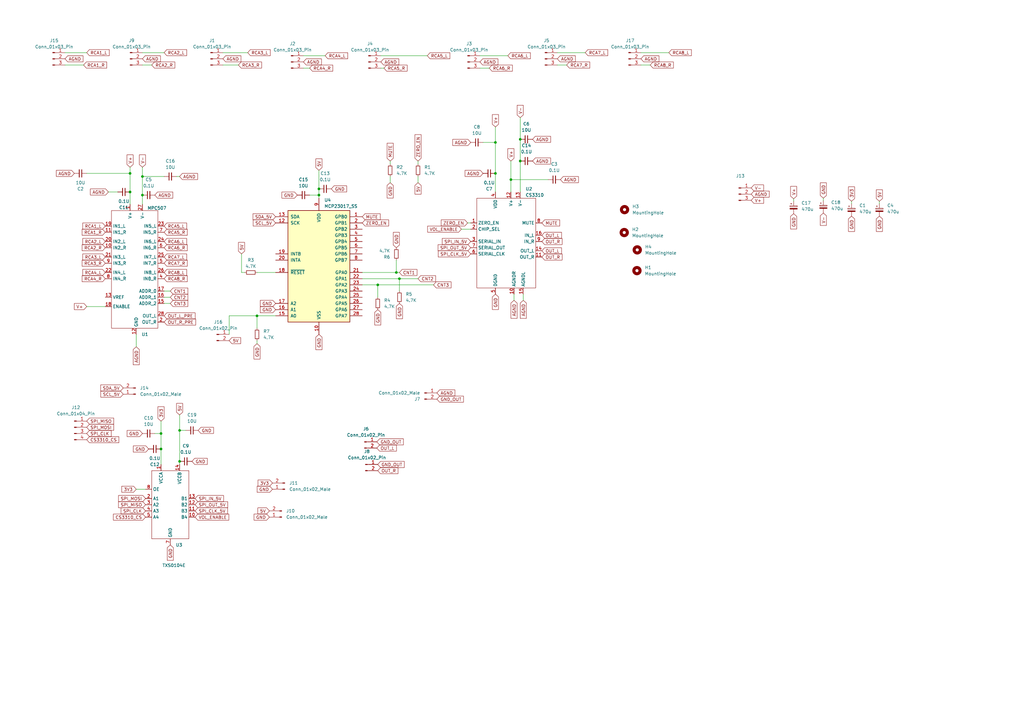
<source format=kicad_sch>
(kicad_sch (version 20231120) (generator "eeschema") (generator_version "8.0")
  (paper "A3")
  (lib_symbols
    (symbol "Connector:Conn_01x02_Male" (pin_names (offset 1.016) hide)
      (property "Reference" "J" (at 0 2.54 0))
      (property "Value" "Conn_01x02_Male" (at 0 -5.08 0))
      (symbol "Conn_01x02_Male_1_1"
        (polyline (pts (xy 1.27 -2.54) (xy 0.8636 -2.54)) (stroke (width 0.1524)))
        (polyline (pts (xy 1.27 0) (xy 0.8636 0)) (stroke (width 0.1524)))
        (rectangle (start 0.8636 -2.413) (end 0 -2.667) (stroke (width 0.1524)) (fill (type outline)))
        (rectangle (start 0.8636 0.127) (end 0 -0.127) (stroke (width 0.1524)) (fill (type outline)))
        (pin passive line (at 5.08 0 180) (length 3.81) (name "Pin_1") (number "1"))
        (pin passive line (at 5.08 -2.54 180) (length 3.81) (name "Pin_2") (number "2"))
      )
    )
    (symbol "Connector:Conn_01x02_Pin" (pin_names (offset 1.016) hide)
      (property "Reference" "J" (at 0 2.54 0))
      (property "Value" "Conn_01x02_Pin" (at 0 -5.08 0))
      (symbol "Conn_01x02_Pin_1_1"
        (polyline (pts (xy 1.27 -2.54) (xy 0.8636 -2.54)) (stroke (width 0.1524)))
        (polyline (pts (xy 1.27 0) (xy 0.8636 0)) (stroke (width 0.1524)))
        (rectangle (start 0.8636 -2.413) (end 0 -2.667) (stroke (width 0.1524)) (fill (type outline)))
        (rectangle (start 0.8636 0.127) (end 0 -0.127) (stroke (width 0.1524)) (fill (type outline)))
        (pin passive line (at 5.08 0 180) (length 3.81) (name "Pin_1") (number "1"))
        (pin passive line (at 5.08 -2.54 180) (length 3.81) (name "Pin_2") (number "2"))
      )
    )
    (symbol "Connector:Conn_01x03_Male" (pin_names (offset 1.016) hide)
      (property "Reference" "J" (at 0 5.08 0))
      (property "Value" "Conn_01x03_Male" (at 0 -5.08 0))
      (symbol "Conn_01x03_Male_1_1"
        (polyline (pts (xy 1.27 -2.54) (xy 0.8636 -2.54)) (stroke (width 0.1524)))
        (polyline (pts (xy 1.27 0) (xy 0.8636 0)) (stroke (width 0.1524)))
        (polyline (pts (xy 1.27 2.54) (xy 0.8636 2.54)) (stroke (width 0.1524)))
        (rectangle (start 0.8636 -2.413) (end 0 -2.667) (stroke (width 0.1524)) (fill (type outline)))
        (rectangle (start 0.8636 0.127) (end 0 -0.127) (stroke (width 0.1524)) (fill (type outline)))
        (rectangle (start 0.8636 2.667) (end 0 2.413) (stroke (width 0.1524)) (fill (type outline)))
        (pin passive line (at 5.08 2.54 180) (length 3.81) (name "Pin_1") (number "1"))
        (pin passive line (at 5.08 0 180) (length 3.81) (name "Pin_2") (number "2"))
        (pin passive line (at 5.08 -2.54 180) (length 3.81) (name "Pin_3") (number "3"))
      )
    )
    (symbol "Connector:Conn_01x03_Pin" (pin_names (offset 1.016) hide)
      (property "Reference" "J" (at 0 5.08 0))
      (property "Value" "Conn_01x03_Pin" (at 0 -5.08 0))
      (symbol "Conn_01x03_Pin_1_1"
        (polyline (pts (xy 1.27 -2.54) (xy 0.8636 -2.54)) (stroke (width 0.1524)))
        (polyline (pts (xy 1.27 0) (xy 0.8636 0)) (stroke (width 0.1524)))
        (polyline (pts (xy 1.27 2.54) (xy 0.8636 2.54)) (stroke (width 0.1524)))
        (rectangle (start 0.8636 -2.413) (end 0 -2.667) (stroke (width 0.1524)) (fill (type outline)))
        (rectangle (start 0.8636 0.127) (end 0 -0.127) (stroke (width 0.1524)) (fill (type outline)))
        (rectangle (start 0.8636 2.667) (end 0 2.413) (stroke (width 0.1524)) (fill (type outline)))
        (pin passive line (at 5.08 2.54 180) (length 3.81) (name "Pin_1") (number "1"))
        (pin passive line (at 5.08 0 180) (length 3.81) (name "Pin_2") (number "2"))
        (pin passive line (at 5.08 -2.54 180) (length 3.81) (name "Pin_3") (number "3"))
      )
    )
    (symbol "Connector:Conn_01x04_Pin" (pin_names (offset 1.016) hide)
      (property "Reference" "J" (at 0 5.08 0))
      (property "Value" "Conn_01x04_Pin" (at 0 -7.62 0))
      (symbol "Conn_01x04_Pin_1_1"
        (polyline (pts (xy 1.27 -5.08) (xy 0.8636 -5.08)) (stroke (width 0.1524)))
        (polyline (pts (xy 1.27 -2.54) (xy 0.8636 -2.54)) (stroke (width 0.1524)))
        (polyline (pts (xy 1.27 0) (xy 0.8636 0)) (stroke (width 0.1524)))
        (polyline (pts (xy 1.27 2.54) (xy 0.8636 2.54)) (stroke (width 0.1524)))
        (rectangle (start 0.8636 -4.953) (end 0 -5.207) (stroke (width 0.1524)) (fill (type outline)))
        (rectangle (start 0.8636 -2.413) (end 0 -2.667) (stroke (width 0.1524)) (fill (type outline)))
        (rectangle (start 0.8636 0.127) (end 0 -0.127) (stroke (width 0.1524)) (fill (type outline)))
        (rectangle (start 0.8636 2.667) (end 0 2.413) (stroke (width 0.1524)) (fill (type outline)))
        (pin passive line (at 5.08 2.54 180) (length 3.81) (name "Pin_1") (number "1"))
        (pin passive line (at 5.08 0 180) (length 3.81) (name "Pin_2") (number "2"))
        (pin passive line (at 5.08 -2.54 180) (length 3.81) (name "Pin_3") (number "3"))
        (pin passive line (at 5.08 -5.08 180) (length 3.81) (name "Pin_4") (number "4"))
      )
    )
    (symbol "Custom:CS3310"
      (property "Reference" "U" (at -1.524 -6.096 0))
      (symbol "CS3310_0_1"
        (rectangle (start -12.7 39.37) (end 11.43 2.54))
      )
      (symbol "CS3310_1_1"
        (pin input line (at -15.24 29.21 0) (length 2.54) (name "ZERO_EN") (number "1"))
        (pin input line (at 2.54 0 90) (length 2.54) (name "AGNDR") (number "10"))
        (pin input line (at 13.97 15.24 180) (length 2.54) (name "OUT_R") (number "11"))
        (pin input line (at 1.27 41.91 270) (length 2.54) (name "V+") (number "12"))
        (pin input line (at 5.08 41.91 270) (length 2.54) (name "V-") (number "13"))
        (pin input line (at 13.97 17.78 180) (length 2.54) (name "OUT_L") (number "14"))
        (pin input line (at 6.35 0 90) (length 2.54) (name "AGNDL") (number "15"))
        (pin input line (at 13.97 24.13 180) (length 2.54) (name "IN_L") (number "16"))
        (pin input line (at -15.24 26.67 0) (length 2.54) (name "CHIP_SEL") (number "2"))
        (pin input line (at -15.24 21.59 0) (length 2.54) (name "SERIAL_IN") (number "3"))
        (pin input line (at -5.08 41.91 270) (length 2.54) (name "VDD") (number "4"))
        (pin input line (at -5.08 0 90) (length 2.54) (name "DGND") (number "5"))
        (pin input line (at -15.24 16.51 0) (length 2.54) (name "SERIAL_CLK") (number "6"))
        (pin input line (at -15.24 19.05 0) (length 2.54) (name "SERIAL_OUT") (number "7"))
        (pin input line (at 13.97 29.21 180) (length 2.54) (name "MUTE") (number "8"))
        (pin input line (at 13.97 21.59 180) (length 2.54) (name "IN_R") (number "9"))
      )
    )
    (symbol "Custom:MPC507"
      (property "Reference" "U" (at 0 -34.29 0))
      (symbol "MPC507_1_1"
        (text_box "" (at -10.16 24.13 0) (size 19.05 -48.26) (effects (font (size 1.27 1.27)) (justify left top)))
        (pin input line (at -2.54 26.67 270) (length 2.54) (name "V+") (number "1"))
        (pin input line (at -12.7 8.89 0) (length 2.54) (name "IN2_R") (number "10"))
        (pin input line (at -12.7 15.24 0) (length 2.54) (name "IN1_R") (number "11"))
        (pin input line (at 0 -26.67 90) (length 2.54) (name "GND") (number "12"))
        (pin input line (at -12.7 -11.43 0) (length 2.54) (name "VREF") (number "13"))
        (pin input line (at 11.43 -13.97 180) (length 2.54) (name "ADDR_2") (number "15"))
        (pin input line (at 11.43 -11.43 180) (length 2.54) (name "ADDR_1") (number "16"))
        (pin input line (at 11.43 -8.89 180) (length 2.54) (name "ADDR_0") (number "17"))
        (pin input line (at -12.7 -15.24 0) (length 2.54) (name "ENABLE") (number "18"))
        (pin input line (at -12.7 17.78 0) (length 2.54) (name "IN1_L") (number "19"))
        (pin input line (at 11.43 -21.59 180) (length 2.54) (name "OUT_R") (number "2"))
        (pin input line (at -12.7 11.43 0) (length 2.54) (name "IN2_L") (number "20"))
        (pin input line (at -12.7 5.08 0) (length 2.54) (name "IN3_L") (number "21"))
        (pin input line (at -12.7 -1.27 0) (length 2.54) (name "IN4_L") (number "22"))
        (pin input line (at 11.43 17.78 180) (length 2.54) (name "IN5_L") (number "23"))
        (pin input line (at 11.43 11.43 180) (length 2.54) (name "IN6_L") (number "24"))
        (pin input line (at 11.43 5.08 180) (length 2.54) (name "IN7_L") (number "25"))
        (pin input line (at 11.43 -1.27 180) (length 2.54) (name "IN8_L") (number "26"))
        (pin input line (at 2.54 26.67 270) (length 2.54) (name "V-") (number "27"))
        (pin input line (at 11.43 -19.05 180) (length 2.54) (name "OUT_L") (number "28"))
        (pin input line (at 11.43 -3.81 180) (length 2.54) (name "IN8_R") (number "4"))
        (pin input line (at 11.43 2.54 180) (length 2.54) (name "IN7_R") (number "5"))
        (pin input line (at 11.43 8.89 180) (length 2.54) (name "IN6_R") (number "6"))
        (pin input line (at 11.43 15.24 180) (length 2.54) (name "IN5_R") (number "7"))
        (pin input line (at -12.7 -3.81 0) (length 2.54) (name "IN4_R") (number "8"))
        (pin input line (at -12.7 2.54 0) (length 2.54) (name "IN3_R") (number "9"))
      )
    )
    (symbol "Custom:TXS0104E"
      (property "Reference" "U" (at 0 0 0))
      (property "Value" "TXS0104E" (at 0 0 0))
      (symbol "TXS0104E_0_1"
        (rectangle (start -8.89 39.37) (end 6.35 11.43))
      )
      (symbol "TXS0104E_1_1"
        (pin input line (at -5.08 41.91 270) (length 2.54) (name "VCCA") (number "1"))
        (pin input line (at 8.89 20.32 180) (length 2.54) (name "B4") (number "10"))
        (pin input line (at 8.89 22.86 180) (length 2.54) (name "B3") (number "11"))
        (pin input line (at 8.89 25.4 180) (length 2.54) (name "B2") (number "12"))
        (pin input line (at 8.89 27.94 180) (length 2.54) (name "B1") (number "13"))
        (pin input line (at 2.54 41.91 270) (length 2.54) (name "VCCB") (number "14"))
        (pin input line (at -11.43 27.94 0) (length 2.54) (name "A1") (number "2"))
        (pin input line (at -11.43 25.4 0) (length 2.54) (name "A2") (number "3"))
        (pin input line (at -11.43 22.86 0) (length 2.54) (name "A3") (number "4"))
        (pin input line (at -11.43 20.32 0) (length 2.54) (name "A4") (number "5"))
        (pin input line (at -1.27 8.89 90) (length 2.54) (name "GND") (number "7"))
        (pin input line (at -11.43 31.75 0) (length 2.54) (name "OE") (number "8"))
      )
    )
    (symbol "Device:C_Polarized_Small" (pin_numbers hide) (pin_names (offset 0.254) hide)
      (property "Reference" "C" (at 0.254 1.778 0))
      (property "Value" "C_Polarized_Small" (at 0.254 -2.032 0))
      (symbol "C_Polarized_Small_0_1"
        (rectangle (start -1.524 -0.3048) (end 1.524 -0.6858) (fill (type outline)))
        (rectangle (start -1.524 0.6858) (end 1.524 0.3048))
        (polyline (pts (xy -1.27 1.524) (xy -0.762 1.524)))
        (polyline (pts (xy -1.016 1.27) (xy -1.016 1.778)))
      )
      (symbol "C_Polarized_Small_1_1"
        (pin passive line (at 0 2.54 270) (length 1.8542) (name "~") (number "1"))
        (pin passive line (at 0 -2.54 90) (length 1.8542) (name "~") (number "2"))
      )
    )
    (symbol "Device:C_Small" (pin_numbers hide) (pin_names (offset 0.254) hide)
      (property "Reference" "C" (at 0.254 1.778 0))
      (property "Value" "C_Small" (at 0.254 -2.032 0))
      (symbol "C_Small_0_1"
        (polyline (pts (xy -1.524 -0.508) (xy 1.524 -0.508)) (stroke (width 0.3302)))
        (polyline (pts (xy -1.524 0.508) (xy 1.524 0.508)) (stroke (width 0.3048)))
      )
      (symbol "C_Small_1_1"
        (pin passive line (at 0 2.54 270) (length 2.032) (name "~") (number "1"))
        (pin passive line (at 0 -2.54 90) (length 2.032) (name "~") (number "2"))
      )
    )
    (symbol "Device:R_Small" (pin_numbers hide) (pin_names (offset 0.254) hide)
      (property "Reference" "R" (at 0.762 0.508 0))
      (property "Value" "R_Small" (at 0.762 -1.016 0))
      (symbol "R_Small_0_1"
        (rectangle (start -0.762 1.778) (end 0.762 -1.778) (stroke (width 0.2032)))
      )
      (symbol "R_Small_1_1"
        (pin passive line (at 0 2.54 270) (length 0.762) (name "~") (number "1"))
        (pin passive line (at 0 -2.54 90) (length 0.762) (name "~") (number "2"))
      )
    )
    (symbol "Interface_Expansion:MCP23017_SS" (pin_names (offset 1.016))
      (property "Reference" "U" (at -11.43 24.13 0))
      (property "Value" "MCP23017_SS" (at 0 0 0))
      (symbol "MCP23017_SS_0_1"
        (rectangle (start -12.7 22.86) (end 12.7 -22.86) (stroke (width 0.254)) (fill (type background)))
      )
      (symbol "MCP23017_SS_1_1"
        (pin bidirectional line (at 17.78 20.32 180) (length 5.08) (name "GPB0") (number "1"))
        (pin power_in line (at 0 -27.94 90) (length 5.08) (name "VSS") (number "10"))
        (pin no_connect line (at -12.7 15.24 0) (length 5.08) hide (name "NC") (number "11"))
        (pin input line (at -17.78 17.78 0) (length 5.08) (name "SCK") (number "12"))
        (pin bidirectional line (at -17.78 20.32 0) (length 5.08) (name "SDA") (number "13"))
        (pin no_connect line (at -12.7 12.7 0) (length 5.08) hide (name "NC") (number "14"))
        (pin input line (at -17.78 -20.32 0) (length 5.08) (name "A0") (number "15"))
        (pin input line (at -17.78 -17.78 0) (length 5.08) (name "A1") (number "16"))
        (pin input line (at -17.78 -15.24 0) (length 5.08) (name "A2") (number "17"))
        (pin input line (at -17.78 -2.54 0) (length 5.08) (name "~{RESET}") (number "18"))
        (pin tri_state line (at -17.78 5.08 0) (length 5.08) (name "INTB") (number "19"))
        (pin bidirectional line (at 17.78 17.78 180) (length 5.08) (name "GPB1") (number "2"))
        (pin tri_state line (at -17.78 2.54 0) (length 5.08) (name "INTA") (number "20"))
        (pin bidirectional line (at 17.78 -2.54 180) (length 5.08) (name "GPA0") (number "21"))
        (pin bidirectional line (at 17.78 -5.08 180) (length 5.08) (name "GPA1") (number "22"))
        (pin bidirectional line (at 17.78 -7.62 180) (length 5.08) (name "GPA2") (number "23"))
        (pin bidirectional line (at 17.78 -10.16 180) (length 5.08) (name "GPA3") (number "24"))
        (pin bidirectional line (at 17.78 -12.7 180) (length 5.08) (name "GPA4") (number "25"))
        (pin bidirectional line (at 17.78 -15.24 180) (length 5.08) (name "GPA5") (number "26"))
        (pin bidirectional line (at 17.78 -17.78 180) (length 5.08) (name "GPA6") (number "27"))
        (pin bidirectional line (at 17.78 -20.32 180) (length 5.08) (name "GPA7") (number "28"))
        (pin bidirectional line (at 17.78 15.24 180) (length 5.08) (name "GPB2") (number "3"))
        (pin bidirectional line (at 17.78 12.7 180) (length 5.08) (name "GPB3") (number "4"))
        (pin bidirectional line (at 17.78 10.16 180) (length 5.08) (name "GPB4") (number "5"))
        (pin bidirectional line (at 17.78 7.62 180) (length 5.08) (name "GPB5") (number "6"))
        (pin bidirectional line (at 17.78 5.08 180) (length 5.08) (name "GPB6") (number "7"))
        (pin bidirectional line (at 17.78 2.54 180) (length 5.08) (name "GPB7") (number "8"))
        (pin power_in line (at 0 27.94 270) (length 5.08) (name "VDD") (number "9"))
      )
    )
    (symbol "Mechanical:MountingHole" (pin_names (offset 1.016))
      (property "Reference" "H" (at 0 5.08 0))
      (property "Value" "MountingHole" (at 0 3.175 0))
      (symbol "MountingHole_0_1"
        (circle (center 0 0) (radius 1.27) (stroke (width 1.27)))
      )
    )
  )
  (junction (at 73.66 176.53))
  (junction (at 209.55 73.66))
  (junction (at 203.2 71.12))
  (junction (at 105.41 129.54))
  (junction (at 66.04 177.8))
  (junction (at 162.56 111.76))
  (junction (at 53.34 71.12))
  (junction (at 66.04 184.15))
  (junction (at 53.34 78.74))
  (junction (at 203.2 58.42))
  (junction (at 130.81 77.47))
  (junction (at 130.81 80.01))
  (junction (at 58.42 80.01))
  (junction (at 213.36 66.04))
  (junction (at 73.66 189.23))
  (junction (at 58.42 72.39))
  (junction (at 163.83 114.3))
  (junction (at 213.36 57.15))
  (junction (at 154.94 116.84))
  (wire (pts (xy 124.46 27.94) (xy 127 27.94)))
  (wire (pts (xy 69.85 121.92) (xy 67.31 121.92)))
  (wire (pts (xy 58.42 68.58) (xy 58.42 72.39)))
  (wire (pts (xy 214.63 123.19) (xy 214.63 120.65)))
  (wire (pts (xy 73.66 189.23) (xy 73.66 190.5)))
  (wire (pts (xy 69.85 119.38) (xy 67.31 119.38)))
  (wire (pts (xy 191.77 91.44) (xy 193.04 91.44)))
  (wire (pts (xy 156.21 22.86) (xy 175.26 22.86)))
  (wire (pts (xy 58.42 80.01) (xy 58.42 83.82)))
  (wire (pts (xy 105.41 134.62) (xy 105.41 129.54)))
  (wire (pts (xy 325.501 81.534) (xy 325.501 82.55)))
  (wire (pts (xy 209.55 73.66) (xy 224.79 73.66)))
  (wire (pts (xy 73.66 170.18) (xy 73.66 176.53)))
  (wire (pts (xy 53.34 78.74) (xy 53.34 83.82)))
  (wire (pts (xy 44.45 78.74) (xy 48.26 78.74)))
  (wire (pts (xy 274.32 21.59) (xy 262.89 21.59)))
  (wire (pts (xy 105.41 129.54) (xy 93.98 129.54)))
  (wire (pts (xy 130.81 69.85) (xy 130.81 77.47)))
  (wire (pts (xy 213.36 66.04) (xy 213.36 78.74)))
  (wire (pts (xy 208.28 22.86) (xy 196.85 22.86)))
  (wire (pts (xy 99.06 111.76) (xy 99.06 104.14)))
  (wire (pts (xy 171.45 74.93) (xy 171.45 72.39)))
  (wire (pts (xy 91.44 26.67) (xy 97.79 26.67)))
  (wire (pts (xy 189.23 93.98) (xy 193.04 93.98)))
  (wire (pts (xy 58.42 72.39) (xy 58.42 80.01)))
  (wire (pts (xy 171.45 66.04) (xy 171.45 67.31)))
  (wire (pts (xy 55.88 142.24) (xy 55.88 137.16)))
  (wire (pts (xy 203.2 71.12) (xy 203.2 78.74)))
  (wire (pts (xy 154.94 116.84) (xy 148.59 116.84)))
  (wire (pts (xy 163.83 114.3) (xy 148.59 114.3)))
  (wire (pts (xy 203.2 52.07) (xy 203.2 58.42)))
  (wire (pts (xy 63.5 177.8) (xy 66.04 177.8)))
  (wire (pts (xy 35.56 125.73) (xy 43.18 125.73)))
  (wire (pts (xy 262.89 26.67) (xy 266.7 26.67)))
  (wire (pts (xy 58.42 21.59) (xy 67.31 21.59)))
  (wire (pts (xy 209.55 66.04) (xy 209.55 73.66)))
  (wire (pts (xy 76.2 176.53) (xy 73.66 176.53)))
  (wire (pts (xy 213.36 48.26) (xy 213.36 57.15)))
  (wire (pts (xy 130.81 80.01) (xy 130.81 81.28)))
  (wire (pts (xy 162.56 106.68) (xy 162.56 111.76)))
  (wire (pts (xy 67.31 72.39) (xy 58.42 72.39)))
  (wire (pts (xy 91.44 21.59) (xy 101.6 21.59)))
  (wire (pts (xy 66.04 184.15) (xy 66.04 190.5)))
  (wire (pts (xy 213.36 57.15) (xy 213.36 66.04)))
  (wire (pts (xy 105.41 129.54) (xy 113.03 129.54)))
  (wire (pts (xy 66.04 172.72) (xy 66.04 177.8)))
  (wire (pts (xy 163.83 119.38) (xy 163.83 114.3)))
  (wire (pts (xy 228.6 26.67) (xy 232.41 26.67)))
  (wire (pts (xy 105.41 140.97) (xy 105.41 139.7)))
  (wire (pts (xy 100.33 111.76) (xy 99.06 111.76)))
  (wire (pts (xy 105.41 111.76) (xy 113.03 111.76)))
  (wire (pts (xy 349.25 82.55) (xy 349.25 83.566)))
  (wire (pts (xy 171.45 114.3) (xy 163.83 114.3)))
  (wire (pts (xy 69.85 124.46) (xy 67.31 124.46)))
  (wire (pts (xy 162.56 111.76) (xy 148.59 111.76)))
  (wire (pts (xy 26.67 21.59) (xy 35.56 21.59)))
  (wire (pts (xy 53.34 71.12) (xy 53.34 78.74)))
  (wire (pts (xy 53.34 68.58) (xy 53.34 71.12)))
  (wire (pts (xy 124.46 22.86) (xy 133.35 22.86)))
  (wire (pts (xy 177.8 116.84) (xy 154.94 116.84)))
  (wire (pts (xy 130.81 77.47) (xy 130.81 80.01)))
  (wire (pts (xy 203.2 58.42) (xy 203.2 71.12)))
  (wire (pts (xy 35.56 71.12) (xy 53.34 71.12)))
  (wire (pts (xy 163.83 111.76) (xy 162.56 111.76)))
  (wire (pts (xy 93.98 129.54) (xy 93.98 137.16)))
  (wire (pts (xy 26.67 26.67) (xy 34.29 26.67)))
  (wire (pts (xy 66.04 177.8) (xy 66.04 184.15)))
  (wire (pts (xy 160.02 74.93) (xy 160.02 72.39)))
  (wire (pts (xy 58.42 26.67) (xy 62.23 26.67)))
  (wire (pts (xy 360.68 82.55) (xy 360.68 83.566)))
  (wire (pts (xy 73.66 72.39) (xy 72.39 72.39)))
  (wire (pts (xy 240.03 21.59) (xy 228.6 21.59)))
  (wire (pts (xy 55.88 200.66) (xy 59.69 200.66)))
  (wire (pts (xy 154.94 121.92) (xy 154.94 116.84)))
  (wire (pts (xy 209.55 73.66) (xy 209.55 78.74)))
  (wire (pts (xy 196.85 27.94) (xy 200.66 27.94)))
  (wire (pts (xy 127 80.01) (xy 130.81 80.01)))
  (wire (pts (xy 210.82 123.19) (xy 210.82 120.65)))
  (wire (pts (xy 160.02 66.04) (xy 160.02 67.31)))
  (wire (pts (xy 337.693 81.28) (xy 337.693 82.296)))
  (wire (pts (xy 156.21 27.94) (xy 157.48 27.94)))
  (wire (pts (xy 73.66 176.53) (xy 73.66 189.23)))
  (wire (pts (xy 198.12 58.42) (xy 203.2 58.42)))
  (global_label "ZERO_EN" (shape input) (at 191.77 91.44 180) (property "Intersheetrefs" "${INTERSHEET_REFS}" (effects (hide yes))))
  (global_label "AGND" (shape input) (at 308.102 79.629 0) (property "Intersheetrefs" "${INTERSHEET_REFS}" (effects (hide yes))))
  (global_label "RCA7_L" (shape input) (at 67.31 105.41 0) (property "Intersheetrefs" "${INTERSHEET_REFS}" (effects (hide yes))))
  (global_label "V-" (shape input) (at 213.36 48.26 90) (property "Intersheetrefs" "${INTERSHEET_REFS}" (effects (hide yes))))
  (global_label "GND" (shape input) (at 135.89 77.47 0) (property "Intersheetrefs" "${INTERSHEET_REFS}" (effects (hide yes))))
  (global_label "MUTE" (shape input) (at 222.25 91.44 0) (property "Intersheetrefs" "${INTERSHEET_REFS}" (effects (hide yes))))
  (global_label "GND" (shape input) (at 58.42 177.8 180) (property "Intersheetrefs" "${INTERSHEET_REFS}" (effects (hide yes))))
  (global_label "RCA5_R" (shape input) (at 67.31 95.25 0) (property "Intersheetrefs" "${INTERSHEET_REFS}" (effects (hide yes))))
  (global_label "SPI_MISO" (shape input) (at 59.69 207.01 180) (property "Intersheetrefs" "${INTERSHEET_REFS}" (effects (hide yes))))
  (global_label "5V" (shape input) (at 130.81 69.85 90) (property "Intersheetrefs" "${INTERSHEET_REFS}" (effects (hide yes))))
  (global_label "AGND" (shape input) (at 228.6 24.13 0) (property "Intersheetrefs" "${INTERSHEET_REFS}" (effects (hide yes))))
  (global_label "GND" (shape input) (at 111.76 200.66 180) (property "Intersheetrefs" "${INTERSHEET_REFS}" (effects (hide yes))))
  (global_label "CNT1" (shape input) (at 163.83 111.76 0) (property "Intersheetrefs" "${INTERSHEET_REFS}" (effects (hide yes))))
  (global_label "OUT_L" (shape input) (at 222.25 96.52 0) (property "Intersheetrefs" "${INTERSHEET_REFS}" (effects (hide yes))))
  (global_label "RCA2_L" (shape input) (at 67.31 21.59 0) (property "Intersheetrefs" "${INTERSHEET_REFS}" (effects (hide yes))))
  (global_label "OUT_L" (shape input) (at 154.559 183.769 0) (property "Intersheetrefs" "${INTERSHEET_REFS}" (effects (hide yes))))
  (global_label "RCA3_R" (shape input) (at 97.79 26.67 0) (property "Intersheetrefs" "${INTERSHEET_REFS}" (effects (hide yes))))
  (global_label "VOL_ENABLE" (shape input) (at 80.01 212.09 0) (property "Intersheetrefs" "${INTERSHEET_REFS}" (effects (hide yes))))
  (global_label "CNT2" (shape input) (at 69.85 121.92 0) (property "Intersheetrefs" "${INTERSHEET_REFS}" (effects (hide yes))))
  (global_label "SPI_MOSI" (shape input) (at 35.56 175.26 0) (property "Intersheetrefs" "${INTERSHEET_REFS}" (effects (hide yes))))
  (global_label "RCA3_L" (shape input) (at 101.6 21.59 0) (property "Intersheetrefs" "${INTERSHEET_REFS}" (effects (hide yes))))
  (global_label "5V" (shape input) (at 73.66 170.18 90) (property "Intersheetrefs" "${INTERSHEET_REFS}" (effects (hide yes))))
  (global_label "RCA2_R" (shape input) (at 43.18 101.6 180) (property "Intersheetrefs" "${INTERSHEET_REFS}" (effects (hide yes))))
  (global_label "V+" (shape input) (at 325.501 81.534 90) (property "Intersheetrefs" "${INTERSHEET_REFS}" (effects (hide yes))))
  (global_label "RCA4_R" (shape input) (at 43.18 114.3 180) (property "Intersheetrefs" "${INTERSHEET_REFS}" (effects (hide yes))))
  (global_label "SPI_IN_5V" (shape input) (at 80.01 204.47 0) (property "Intersheetrefs" "${INTERSHEET_REFS}" (effects (hide yes))))
  (global_label "SPI_CLK_5V" (shape input) (at 80.01 209.55 0) (property "Intersheetrefs" "${INTERSHEET_REFS}" (effects (hide yes))))
  (global_label "RCA2_L" (shape input) (at 43.18 99.06 180) (property "Intersheetrefs" "${INTERSHEET_REFS}" (effects (hide yes))))
  (global_label "RCA6_R" (shape input) (at 200.66 27.94 0) (property "Intersheetrefs" "${INTERSHEET_REFS}" (effects (hide yes))))
  (global_label "RCA6_L" (shape input) (at 208.28 22.86 0) (property "Intersheetrefs" "${INTERSHEET_REFS}" (effects (hide yes))))
  (global_label "5V" (shape input) (at 110.49 209.55 180) (property "Intersheetrefs" "${INTERSHEET_REFS}" (effects (hide yes))))
  (global_label "RCA5_L" (shape input) (at 175.26 22.86 0) (property "Intersheetrefs" "${INTERSHEET_REFS}" (effects (hide yes))))
  (global_label "V-" (shape input) (at 337.693 87.376 270) (property "Intersheetrefs" "${INTERSHEET_REFS}" (effects (hide yes))))
  (global_label "GND" (shape input) (at 69.85 223.52 270) (property "Intersheetrefs" "${INTERSHEET_REFS}" (effects (hide yes))))
  (global_label "GND" (shape input) (at 325.501 87.63 270) (property "Intersheetrefs" "${INTERSHEET_REFS}" (effects (hide yes))))
  (global_label "3V3" (shape input) (at 55.88 200.66 180) (property "Intersheetrefs" "${INTERSHEET_REFS}" (effects (hide yes))))
  (global_label "GND" (shape input) (at 60.96 184.15 180) (property "Intersheetrefs" "${INTERSHEET_REFS}" (effects (hide yes))))
  (global_label "V+" (shape input) (at 308.102 82.169 0) (property "Intersheetrefs" "${INTERSHEET_REFS}" (effects (hide yes))))
  (global_label "RCA8_R" (shape input) (at 266.7 26.67 0) (property "Intersheetrefs" "${INTERSHEET_REFS}" (effects (hide yes))))
  (global_label "SCL_5V" (shape input) (at 50.546 161.671 180) (property "Intersheetrefs" "${INTERSHEET_REFS}" (effects (hide yes))))
  (global_label "GND" (shape input) (at 160.02 74.93 270) (property "Intersheetrefs" "${INTERSHEET_REFS}" (effects (hide yes))))
  (global_label "RCA3_L" (shape input) (at 43.18 105.41 180) (property "Intersheetrefs" "${INTERSHEET_REFS}" (effects (hide yes))))
  (global_label "SPI_MOSI" (shape input) (at 59.69 204.47 180) (property "Intersheetrefs" "${INTERSHEET_REFS}" (effects (hide yes))))
  (global_label "AGND" (shape input) (at 179.197 161.163 0) (property "Intersheetrefs" "${INTERSHEET_REFS}" (effects (hide yes))))
  (global_label "RCA4_R" (shape input) (at 127 27.94 0) (property "Intersheetrefs" "${INTERSHEET_REFS}" (effects (hide yes))))
  (global_label "AGND" (shape input) (at 26.67 24.13 0) (property "Intersheetrefs" "${INTERSHEET_REFS}" (effects (hide yes))))
  (global_label "AGND" (shape input) (at 44.45 78.74 180) (property "Intersheetrefs" "${INTERSHEET_REFS}" (effects (hide yes))))
  (global_label "OUT_L" (shape input) (at 222.25 102.87 0) (property "Intersheetrefs" "${INTERSHEET_REFS}" (effects (hide yes))))
  (global_label "GND_OUT" (shape input) (at 154.94 190.5 0) (property "Intersheetrefs" "${INTERSHEET_REFS}" (effects (hide yes))))
  (global_label "RCA4_L" (shape input) (at 133.35 22.86 0) (property "Intersheetrefs" "${INTERSHEET_REFS}" (effects (hide yes))))
  (global_label "3V3" (shape input) (at 111.76 198.12 180) (property "Intersheetrefs" "${INTERSHEET_REFS}" (effects (hide yes))))
  (global_label "RCA1_R" (shape input) (at 34.29 26.67 0) (property "Intersheetrefs" "${INTERSHEET_REFS}" (effects (hide yes))))
  (global_label "AGND" (shape input) (at 55.88 142.24 270) (property "Intersheetrefs" "${INTERSHEET_REFS}" (effects (hide yes))))
  (global_label "5V" (shape input) (at 360.68 82.55 90) (property "Intersheetrefs" "${INTERSHEET_REFS}" (effects (hide yes))))
  (global_label "AGND" (shape input) (at 193.04 58.42 180) (property "Intersheetrefs" "${INTERSHEET_REFS}" (effects (hide yes))))
  (global_label "GND" (shape input) (at 130.81 137.16 270) (property "Intersheetrefs" "${INTERSHEET_REFS}" (effects (hide yes))))
  (global_label "3V3" (shape input) (at 349.25 82.55 90) (property "Intersheetrefs" "${INTERSHEET_REFS}" (effects (hide yes))))
  (global_label "AGND" (shape input) (at 124.46 25.4 0) (property "Intersheetrefs" "${INTERSHEET_REFS}" (effects (hide yes))))
  (global_label "RCA7_R" (shape input) (at 232.41 26.67 0) (property "Intersheetrefs" "${INTERSHEET_REFS}" (effects (hide yes))))
  (global_label "CS3310_CS" (shape input) (at 35.56 180.34 0) (property "Intersheetrefs" "${INTERSHEET_REFS}" (effects (hide yes))))
  (global_label "OUT_R" (shape input) (at 154.94 193.04 0) (property "Intersheetrefs" "${INTERSHEET_REFS}" (effects (hide yes))))
  (global_label "OUT_R" (shape input) (at 222.25 105.41 0) (property "Intersheetrefs" "${INTERSHEET_REFS}" (effects (hide yes))))
  (global_label "RCA1_L" (shape input) (at 35.56 21.59 0) (property "Intersheetrefs" "${INTERSHEET_REFS}" (effects (hide yes))))
  (global_label "GND" (shape input) (at 113.03 124.46 180) (property "Intersheetrefs" "${INTERSHEET_REFS}" (effects (hide yes))))
  (global_label "ZERO_EN" (shape input) (at 171.45 66.04 90) (property "Intersheetrefs" "${INTERSHEET_REFS}" (effects (hide yes))))
  (global_label "RCA3_R" (shape input) (at 43.18 107.95 180) (property "Intersheetrefs" "${INTERSHEET_REFS}" (effects (hide yes))))
  (global_label "AGND" (shape input) (at 58.42 24.13 0) (property "Intersheetrefs" "${INTERSHEET_REFS}" (effects (hide yes))))
  (global_label "5V" (shape input) (at 99.06 104.14 90) (property "Intersheetrefs" "${INTERSHEET_REFS}" (effects (hide yes))))
  (global_label "RCA7_L" (shape input) (at 240.03 21.59 0) (property "Intersheetrefs" "${INTERSHEET_REFS}" (effects (hide yes))))
  (global_label "RCA6_R" (shape input) (at 67.31 101.6 0) (property "Intersheetrefs" "${INTERSHEET_REFS}" (effects (hide yes))))
  (global_label "SDA_5V" (shape input) (at 50.546 159.131 180) (property "Intersheetrefs" "${INTERSHEET_REFS}" (effects (hide yes))))
  (global_label "SPI_MISO" (shape input) (at 35.56 172.72 0) (property "Intersheetrefs" "${INTERSHEET_REFS}" (effects (hide yes))))
  (global_label "CS3310_CS" (shape input) (at 59.69 212.09 180) (property "Intersheetrefs" "${INTERSHEET_REFS}" (effects (hide yes))))
  (global_label "AGND" (shape input) (at 210.82 123.19 270) (property "Intersheetrefs" "${INTERSHEET_REFS}" (effects (hide yes))))
  (global_label "CNT3" (shape input) (at 69.85 124.46 0) (property "Intersheetrefs" "${INTERSHEET_REFS}" (effects (hide yes))))
  (global_label "AGND" (shape input) (at 63.5 80.01 0) (property "Intersheetrefs" "${INTERSHEET_REFS}" (effects (hide yes))))
  (global_label "SDA_5V" (shape input) (at 113.03 88.9 180) (property "Intersheetrefs" "${INTERSHEET_REFS}" (effects (hide yes))))
  (global_label "RCA8_R" (shape input) (at 67.31 114.3 0) (property "Intersheetrefs" "${INTERSHEET_REFS}" (effects (hide yes))))
  (global_label "GND_OUT" (shape input) (at 154.559 181.229 0) (property "Intersheetrefs" "${INTERSHEET_REFS}" (effects (hide yes))))
  (global_label "V+" (shape input) (at 203.2 52.07 90) (property "Intersheetrefs" "${INTERSHEET_REFS}" (effects (hide yes))))
  (global_label "SPI_OUT_5V" (shape input) (at 193.04 101.6 180) (property "Intersheetrefs" "${INTERSHEET_REFS}" (effects (hide yes))))
  (global_label "OUT_R_PRE" (shape input) (at 67.31 132.08 0) (property "Intersheetrefs" "${INTERSHEET_REFS}" (effects (hide yes))))
  (global_label "RCA5_L" (shape input) (at 67.31 92.71 0) (property "Intersheetrefs" "${INTERSHEET_REFS}" (effects (hide yes))))
  (global_label "AGND" (shape input) (at 214.63 123.19 270) (property "Intersheetrefs" "${INTERSHEET_REFS}" (effects (hide yes))))
  (global_label "5V" (shape input) (at 171.45 74.93 270) (property "Intersheetrefs" "${INTERSHEET_REFS}" (effects (hide yes))))
  (global_label "RCA8_L" (shape input) (at 274.32 21.59 0) (property "Intersheetrefs" "${INTERSHEET_REFS}" (effects (hide yes))))
  (global_label "RCA1_R" (shape input) (at 43.18 95.25 180) (property "Intersheetrefs" "${INTERSHEET_REFS}" (effects (hide yes))))
  (global_label "AGND" (shape input) (at 196.85 25.4 0) (property "Intersheetrefs" "${INTERSHEET_REFS}" (effects (hide yes))))
  (global_label "3V3" (shape input) (at 66.04 172.72 90) (property "Intersheetrefs" "${INTERSHEET_REFS}" (effects (hide yes))))
  (global_label "MUTE" (shape input) (at 160.02 66.04 90) (property "Intersheetrefs" "${INTERSHEET_REFS}" (effects (hide yes))))
  (global_label "MUTE" (shape input) (at 148.59 88.9 0) (property "Intersheetrefs" "${INTERSHEET_REFS}" (effects (hide yes))))
  (global_label "GND" (shape input) (at 162.56 101.6 90) (property "Intersheetrefs" "${INTERSHEET_REFS}" (effects (hide yes))))
  (global_label "AGND" (shape input) (at 218.44 57.15 0) (property "Intersheetrefs" "${INTERSHEET_REFS}" (effects (hide yes))))
  (global_label "GND" (shape input) (at 360.68 88.646 270) (property "Intersheetrefs" "${INTERSHEET_REFS}" (effects (hide yes))))
  (global_label "GND" (shape input) (at 349.25 88.646 270) (property "Intersheetrefs" "${INTERSHEET_REFS}" (effects (hide yes))))
  (global_label "OUT_R" (shape input) (at 222.25 99.06 0) (property "Intersheetrefs" "${INTERSHEET_REFS}" (effects (hide yes))))
  (global_label "GND" (shape input) (at 337.693 81.28 90) (property "Intersheetrefs" "${INTERSHEET_REFS}" (effects (hide yes))))
  (global_label "AGND" (shape input) (at 73.66 72.39 0) (property "Intersheetrefs" "${INTERSHEET_REFS}" (effects (hide yes))))
  (global_label "GND" (shape input) (at 105.41 140.97 270) (property "Intersheetrefs" "${INTERSHEET_REFS}" (effects (hide yes))))
  (global_label "AGND" (shape input) (at 30.48 71.12 180) (property "Intersheetrefs" "${INTERSHEET_REFS}" (effects (hide yes))))
  (global_label "RCA2_R" (shape input) (at 62.23 26.67 0) (property "Intersheetrefs" "${INTERSHEET_REFS}" (effects (hide yes))))
  (global_label "RCA6_L" (shape input) (at 67.31 99.06 0) (property "Intersheetrefs" "${INTERSHEET_REFS}" (effects (hide yes))))
  (global_label "V+" (shape input) (at 35.56 125.73 180) (property "Intersheetrefs" "${INTERSHEET_REFS}" (effects (hide yes))))
  (global_label "RCA7_R" (shape input) (at 67.31 107.95 0) (property "Intersheetrefs" "${INTERSHEET_REFS}" (effects (hide yes))))
  (global_label "V-" (shape input) (at 58.42 68.58 90) (property "Intersheetrefs" "${INTERSHEET_REFS}" (effects (hide yes))))
  (global_label "SPI_CLK" (shape input) (at 59.69 209.55 180) (property "Intersheetrefs" "${INTERSHEET_REFS}" (effects (hide yes))))
  (global_label "AGND" (shape input) (at 198.12 71.12 180) (property "Intersheetrefs" "${INTERSHEET_REFS}" (effects (hide yes))))
  (global_label "CNT1" (shape input) (at 69.85 119.38 0) (property "Intersheetrefs" "${INTERSHEET_REFS}" (effects (hide yes))))
  (global_label "SPI_CLK_5V" (shape input) (at 193.04 104.14 180) (property "Intersheetrefs" "${INTERSHEET_REFS}" (effects (hide yes))))
  (global_label "RCA8_L" (shape input) (at 67.31 111.76 0) (property "Intersheetrefs" "${INTERSHEET_REFS}" (effects (hide yes))))
  (global_label "GND" (shape input) (at 113.03 127 180) (property "Intersheetrefs" "${INTERSHEET_REFS}" (effects (hide yes))))
  (global_label "GND" (shape input) (at 163.83 124.46 270) (property "Intersheetrefs" "${INTERSHEET_REFS}" (effects (hide yes))))
  (global_label "CNT2" (shape input) (at 171.45 114.3 0) (property "Intersheetrefs" "${INTERSHEET_REFS}" (effects (hide yes))))
  (global_label "GND" (shape input) (at 78.74 189.23 0) (property "Intersheetrefs" "${INTERSHEET_REFS}" (effects (hide yes))))
  (global_label "GND" (shape input) (at 154.94 127 270) (property "Intersheetrefs" "${INTERSHEET_REFS}" (effects (hide yes))))
  (global_label "GND" (shape input) (at 203.2 120.65 270) (property "Intersheetrefs" "${INTERSHEET_REFS}" (effects (hide yes))))
  (global_label "RCA5_R" (shape input) (at 157.48 27.94 0) (property "Intersheetrefs" "${INTERSHEET_REFS}" (effects (hide yes))))
  (global_label "AGND" (shape input) (at 229.87 73.66 0) (property "Intersheetrefs" "${INTERSHEET_REFS}" (effects (hide yes))))
  (global_label "GND" (shape input) (at 121.92 80.01 180) (property "Intersheetrefs" "${INTERSHEET_REFS}" (effects (hide yes))))
  (global_label "AGND" (shape input) (at 156.21 25.4 0) (property "Intersheetrefs" "${INTERSHEET_REFS}" (effects (hide yes))))
  (global_label "SPI_IN_5V" (shape input) (at 193.04 99.06 180) (property "Intersheetrefs" "${INTERSHEET_REFS}" (effects (hide yes))))
  (global_label "GND" (shape input) (at 110.49 212.09 180) (property "Intersheetrefs" "${INTERSHEET_REFS}" (effects (hide yes))))
  (global_label "CNT3" (shape input) (at 177.8 116.84 0) (property "Intersheetrefs" "${INTERSHEET_REFS}" (effects (hide yes))))
  (global_label "GND" (shape input) (at 81.28 176.53 0) (property "Intersheetrefs" "${INTERSHEET_REFS}" (effects (hide yes))))
  (global_label "AGND" (shape input) (at 91.44 24.13 0) (property "Intersheetrefs" "${INTERSHEET_REFS}" (effects (hide yes))))
  (global_label "RCA4_L" (shape input) (at 43.18 111.76 180) (property "Intersheetrefs" "${INTERSHEET_REFS}" (effects (hide yes))))
  (global_label "VOL_ENABLE" (shape input) (at 189.23 93.98 180) (property "Intersheetrefs" "${INTERSHEET_REFS}" (effects (hide yes))))
  (global_label "V+" (shape input) (at 53.34 68.58 90) (property "Intersheetrefs" "${INTERSHEET_REFS}" (effects (hide yes))))
  (global_label "ZERO_EN" (shape input) (at 148.59 91.44 0) (property "Intersheetrefs" "${INTERSHEET_REFS}" (effects (hide yes))))
  (global_label "AGND" (shape input) (at 218.44 66.04 0) (property "Intersheetrefs" "${INTERSHEET_REFS}" (effects (hide yes))))
  (global_label "SCL_5V" (shape input) (at 113.03 91.44 180) (property "Intersheetrefs" "${INTERSHEET_REFS}" (effects (hide yes))))
  (global_label "SPI_OUT_5V" (shape input) (at 80.01 207.01 0) (property "Intersheetrefs" "${INTERSHEET_REFS}" (effects (hide yes))))
  (global_label "V+" (shape input) (at 209.55 66.04 90) (property "Intersheetrefs" "${INTERSHEET_REFS}" (effects (hide yes))))
  (global_label "5V" (shape input) (at 93.98 139.7 0) (property "Intersheetrefs" "${INTERSHEET_REFS}" (effects (hide yes))))
  (global_label "V-" (shape input) (at 308.102 77.089 0) (property "Intersheetrefs" "${INTERSHEET_REFS}" (effects (hide yes))))
  (global_label "GND_OUT" (shape input) (at 179.197 163.703 0) (property "Intersheetrefs" "${INTERSHEET_REFS}" (effects (hide yes))))
  (global_label "OUT_L_PRE" (shape input) (at 67.31 129.54 0) (property "Intersheetrefs" "${INTERSHEET_REFS}" (effects (hide yes))))
  (global_label "RCA1_L" (shape input) (at 43.18 92.71 180) (property "Intersheetrefs" "${INTERSHEET_REFS}" (effects (hide yes))))
  (global_label "SPI_CLK" (shape input) (at 35.56 177.8 0) (property "Intersheetrefs" "${INTERSHEET_REFS}" (effects (hide yes))))
  (global_label "AGND" (shape input) (at 262.89 24.13 0) (property "Intersheetrefs" "${INTERSHEET_REFS}" (effects (hide yes))))
  (symbol (lib_id "Device:C_Small") (at 69.85 72.39 90) (unit 1)
    (property "Reference" "C16" (at 69.8563 66.04 90))
    (property "Value" "10U" (at 69.8563 68.58 90))
    (property "Footprint" "Capacitor_SMD:C_1206_3216Metric_Pad1.33x1.80mm_HandSolder" (effects (hide yes)))
    (property "Description" "Unpolarized capacitor, small symbol" (effects (hide yes)))
  )
  (symbol (lib_id "Device:R_Small") (at 162.56 104.14 0) (unit 1)
    (property "Reference" "R6" (at 160.02 105.4101 0) (effects (justify right)))
    (property "Value" "4.7K" (at 160.02 102.8701 0) (effects (justify right)))
    (property "Footprint" "Resistor_SMD:R_0603_1608Metric_Pad0.98x0.95mm_HandSolder" (effects (hide yes)))
    (property "Description" "Resistor, small symbol" (effects (hide yes)))
  )
  (symbol (lib_id "Device:C_Small") (at 50.8 78.74 270) (unit 1)
    (property "Reference" "C11" (at 50.7937 85.09 90))
    (property "Value" "0.1U" (at 50.7937 82.55 90))
    (property "Footprint" "Capacitor_SMD:C_0805_2012Metric_Pad1.18x1.45mm_HandSolder" (effects (hide yes)))
    (property "Description" "Unpolarized capacitor, small symbol" (effects (hide yes)))
  )
  (symbol (lib_id "Device:C_Small") (at 200.66 71.12 270) (unit 1)
    (property "Reference" "C7" (at 200.6537 77.47 90))
    (property "Value" "0.1U" (at 200.6537 74.93 90))
    (property "Footprint" "Capacitor_SMD:C_0805_2012Metric_Pad1.18x1.45mm_HandSolder" (effects (hide yes)))
    (property "Description" "Unpolarized capacitor, small symbol" (effects (hide yes)))
  )
  (symbol (lib_id "Connector:Conn_01x04_Pin") (at 30.48 175.26 0) (unit 1)
    (property "Reference" "J12" (at 31.115 167.132 0))
    (property "Value" "Conn_01x04_Pin" (at 31.115 169.672 0))
    (property "Footprint" "Connector_JST:JST_PH_B4B-PH-K_1x04_P2.00mm_Vertical" (effects (hide yes)))
  )
  (symbol (lib_id "Device:C_Small") (at 76.2 189.23 90) (unit 1)
    (property "Reference" "C9" (at 76.2063 182.88 90))
    (property "Value" "0.1U" (at 76.2063 185.42 90))
    (property "Footprint" "Capacitor_SMD:C_0805_2012Metric_Pad1.18x1.45mm_HandSolder" (effects (hide yes)))
    (property "Description" "Unpolarized capacitor, small symbol" (effects (hide yes)))
  )
  (symbol (lib_id "Connector:Conn_01x03_Pin") (at 223.52 24.13 0) (unit 1)
    (property "Reference" "J5" (at 224.155 16.637 0))
    (property "Value" "Conn_01x03_Pin" (at 224.155 19.177 0))
    (property "Footprint" "Connector_JST:JST_PH_B3B-PH-K_1x03_P2.00mm_Vertical" (effects (hide yes)))
  )
  (symbol (lib_id "Device:R_Small") (at 105.41 137.16 180) (unit 1)
    (property "Reference" "R7" (at 107.95 135.8899 0) (effects (justify right)))
    (property "Value" "4.7K" (at 107.95 138.4299 0) (effects (justify right)))
    (property "Footprint" "Resistor_SMD:R_0603_1608Metric_Pad0.98x0.95mm_HandSolder" (effects (hide yes)))
    (property "Description" "Resistor, small symbol" (effects (hide yes)))
  )
  (symbol (lib_id "Connector:Conn_01x02_Male") (at 55.626 161.671 180) (unit 1)
    (property "Reference" "J14" (at 57.404 159.1309 0) (effects (justify right)))
    (property "Value" "Conn_01x02_Male" (at 57.404 161.6709 0) (effects (justify right)))
    (property "Footprint" "Connector_JST:JST_PH_B2B-PH-K_1x02_P2.00mm_Vertical" (effects (hide yes)))
  )
  (symbol (lib_id "Device:C_Small") (at 63.5 184.15 270) (unit 1)
    (property "Reference" "C12" (at 63.4937 190.5 90))
    (property "Value" "0.1U" (at 63.4937 187.96 90))
    (property "Footprint" "Capacitor_SMD:C_0805_2012Metric_Pad1.18x1.45mm_HandSolder" (effects (hide yes)))
    (property "Description" "Unpolarized capacitor, small symbol" (effects (hide yes)))
  )
  (symbol (lib_id "Connector:Conn_01x02_Male") (at 174.117 161.163 0) (unit 1)
    (property "Reference" "J7" (at 172.339 163.7031 0) (effects (justify right)))
    (property "Value" "Conn_01x02_Male" (at 172.339 161.1631 0) (effects (justify right)))
    (property "Footprint" "Connector_PinHeader_2.54mm:PinHeader_1x02_P2.54mm_Vertical" (effects (hide yes)))
  )
  (symbol (lib_id "Device:R_Small") (at 171.45 69.85 180) (unit 1)
    (property "Reference" "R1" (at 173.99 68.5799 0) (effects (justify right)))
    (property "Value" "4.7K" (at 173.99 71.1199 0) (effects (justify right)))
    (property "Footprint" "Resistor_SMD:R_0603_1608Metric_Pad0.98x0.95mm_HandSolder" (effects (hide yes)))
    (property "Description" "Resistor, small symbol" (effects (hide yes)))
  )
  (symbol (lib_id "Device:C_Small") (at 195.58 58.42 90) (unit 1)
    (property "Reference" "C8" (at 195.5863 52.07 90))
    (property "Value" "10U" (at 195.5863 54.61 90))
    (property "Footprint" "Capacitor_SMD:C_1206_3216Metric_Pad1.33x1.80mm_HandSolder" (effects (hide yes)))
    (property "Description" "Unpolarized capacitor, small symbol" (effects (hide yes)))
  )
  (symbol (lib_id "Device:C_Polarized_Small") (at 360.68 86.106 0) (unit 1)
    (property "Reference" "C4" (at 363.855 84.2899 0) (effects (justify left)))
    (property "Value" "470u" (at 363.855 86.8299 0) (effects (justify left)))
    (property "Footprint" "Capacitor_THT:CP_Radial_D6.3mm_P2.50mm" (effects (hide yes)))
  )
  (symbol (lib_id "Device:C_Small") (at 78.74 176.53 270) (unit 1)
    (property "Reference" "C19" (at 78.7336 170.18 90))
    (property "Value" "10U" (at 78.7336 172.72 90))
    (property "Footprint" "Capacitor_SMD:C_1206_3216Metric_Pad1.33x1.80mm_HandSolder" (effects (hide yes)))
    (property "Description" "Unpolarized capacitor, small symbol" (effects (hide yes)))
  )
  (symbol (lib_id "Connector:Conn_01x02_Pin") (at 88.9 137.16 0) (unit 1)
    (property "Reference" "J16" (at 89.535 132.08 0))
    (property "Value" "Conn_01x02_Pin" (at 89.535 134.62 0))
    (property "Footprint" "Connector_PinHeader_2.54mm:PinHeader_1x02_P2.54mm_Vertical" (effects (hide yes)))
    (property "Description" "Generic connector, single row, 01x02, script generated" (effects (hide yes)))
  )
  (symbol (lib_id "Connector:Conn_01x03_Pin") (at 21.59 24.13 0) (unit 1)
    (property "Reference" "J15" (at 22.225 16.637 0))
    (property "Value" "Conn_01x03_Pin" (at 22.225 19.177 0))
    (property "Footprint" "Connector_JST:JST_PH_B3B-PH-K_1x03_P2.00mm_Vertical" (effects (hide yes)))
  )
  (symbol (lib_id "Device:C_Small") (at 60.96 80.01 90) (unit 1)
    (property "Reference" "C5" (at 60.9663 73.66 90))
    (property "Value" "0.1U" (at 60.9663 76.2 90))
    (property "Footprint" "Capacitor_SMD:C_0805_2012Metric_Pad1.18x1.45mm_HandSolder" (effects (hide yes)))
    (property "Description" "Unpolarized capacitor, small symbol" (effects (hide yes)))
  )
  (symbol (lib_id "Connector:Conn_01x03_Pin") (at 151.13 25.4 0) (unit 1)
    (property "Reference" "J4" (at 151.765 17.907 0))
    (property "Value" "Conn_01x03_Pin" (at 151.765 20.447 0))
    (property "Footprint" "Connector_JST:JST_PH_B3B-PH-K_1x03_P2.00mm_Vertical" (effects (hide yes)))
  )
  (symbol (lib_id "Device:R_Small") (at 160.02 69.85 180) (unit 1)
    (property "Reference" "R2" (at 162.56 68.5799 0) (effects (justify right)))
    (property "Value" "4.7K" (at 162.56 71.1199 0) (effects (justify right)))
    (property "Footprint" "Resistor_SMD:R_0603_1608Metric_Pad0.98x0.95mm_HandSolder" (effects (hide yes)))
    (property "Description" "Resistor, small symbol" (effects (hide yes)))
  )
  (symbol (lib_id "Device:C_Small") (at 215.9 57.15 270) (unit 1)
    (property "Reference" "C6" (at 215.8936 50.8 90))
    (property "Value" "10U" (at 215.8936 53.34 90))
    (property "Footprint" "Capacitor_SMD:C_1206_3216Metric_Pad1.33x1.80mm_HandSolder" (effects (hide yes)))
    (property "Description" "Unpolarized capacitor, small symbol" (effects (hide yes)))
  )
  (symbol (lib_id "Mechanical:MountingHole") (at 261.366 102.489 0) (unit 1)
    (property "Reference" "H4" (at 264.541 101.2189 0) (effects (justify left)))
    (property "Value" "MountingHole" (at 264.541 103.7589 0) (effects (justify left)))
    (property "Footprint" "MountingHole:MountingHole_3.2mm_M3" (effects (hide yes)))
  )
  (symbol (lib_id "Device:R_Small") (at 102.87 111.76 90) (unit 1)
    (property "Reference" "R3" (at 102.87 106.68 90))
    (property "Value" "4.7K" (at 102.87 109.22 90))
    (property "Footprint" "Resistor_SMD:R_0603_1608Metric_Pad0.98x0.95mm_HandSolder" (effects (hide yes)))
    (property "Description" "Resistor, small symbol" (effects (hide yes)))
  )
  (symbol (lib_id "Interface_Expansion:MCP23017_SS") (at 130.81 109.22 0) (unit 1)
    (property "Reference" "U4" (at 133.0041 82.042 0) (effects (justify left)))
    (property "Value" "MCP23017_SS" (at 133.0041 84.582 0) (effects (justify left)))
    (property "Footprint" "Package_SO:SSOP-28_5.3x10.2mm_P0.65mm" (effects (hide yes)))
    (property "Datasheet" "http://ww1.microchip.com/downloads/en/DeviceDoc/20001952C.pdf" (effects (hide yes)))
  )
  (symbol (lib_id "Device:C_Small") (at 124.46 80.01 270) (unit 1)
    (property "Reference" "C15" (at 124.4536 73.66 90))
    (property "Value" "10U" (at 124.4536 76.2 90))
    (property "Footprint" "Capacitor_SMD:C_1206_3216Metric_Pad1.33x1.80mm_HandSolder" (effects (hide yes)))
    (property "Description" "Unpolarized capacitor, small symbol" (effects (hide yes)))
  )
  (symbol (lib_id "Device:C_Small") (at 215.9 66.04 90) (unit 1)
    (property "Reference" "C14" (at 215.9063 59.69 90))
    (property "Value" "0.1U" (at 215.9063 62.23 90))
    (property "Footprint" "Capacitor_SMD:C_0805_2012Metric_Pad1.18x1.45mm_HandSolder" (effects (hide yes)))
    (property "Description" "Unpolarized capacitor, small symbol" (effects (hide yes)))
  )
  (symbol (lib_id "Mechanical:MountingHole") (at 256.159 85.979 0) (unit 1)
    (property "Reference" "H3" (at 259.334 84.7089 0) (effects (justify left)))
    (property "Value" "MountingHole" (at 259.334 87.2489 0) (effects (justify left)))
    (property "Footprint" "MountingHole:MountingHole_3.2mm_M3" (effects (hide yes)))
  )
  (symbol (lib_id "Connector:Conn_01x02_Pin") (at 149.86 190.5 0) (unit 1)
    (property "Reference" "J8" (at 150.495 185.166 0))
    (property "Value" "Conn_01x02_Pin" (at 150.495 187.706 0))
    (property "Footprint" "Connector_JST:JST_PH_B2B-PH-K_1x02_P2.00mm_Vertical" (effects (hide yes)))
  )
  (symbol (lib_id "Custom:MPC507") (at 55.88 110.49 0) (unit 1)
    (property "Reference" "U1" (at 58.0741 137.16 0) (effects (justify left)))
    (property "Value" "MPC507" (at 60.452 85.344 0) (effects (justify left)))
    (property "Footprint" "Package_SO:SOIC-28W_7.5x18.7mm_P1.27mm" (effects (hide yes)))
  )
  (symbol (lib_id "Connector:Conn_01x03_Male") (at 303.022 79.629 0) (unit 1)
    (property "Reference" "J13" (at 303.657 72.136 0))
    (property "Value" "Conn_01x03_Male" (effects (hide yes)))
    (property "Footprint" "Connector_JST:JST_PH_B3B-PH-K_1x03_P2.00mm_Vertical" (effects (hide yes)))
  )
  (symbol (lib_id "Device:C_Small") (at 227.33 73.66 90) (unit 1)
    (property "Reference" "C3" (at 227.3363 67.31 90))
    (property "Value" "0.1U" (at 227.3363 69.85 90))
    (property "Footprint" "Capacitor_SMD:C_0805_2012Metric_Pad1.18x1.45mm_HandSolder" (effects (hide yes)))
    (property "Description" "Unpolarized capacitor, small symbol" (effects (hide yes)))
  )
  (symbol (lib_id "Connector:Conn_01x02_Male") (at 115.57 212.09 180) (unit 1)
    (property "Reference" "J10" (at 117.348 209.5499 0) (effects (justify right)))
    (property "Value" "Conn_01x02_Male" (at 117.348 212.0899 0) (effects (justify right)))
    (property "Footprint" "Connector_JST:JST_PH_B2B-PH-K_1x02_P2.00mm_Vertical" (effects (hide yes)))
  )
  (symbol (lib_id "Custom:CS3310") (at 208.28 120.65 0) (unit 1)
    (property "Reference" "U2" (at 215.5541 77.47 0) (effects (justify left)))
    (property "Value" "CS3310" (at 215.5541 80.01 0) (effects (justify left)))
    (property "Footprint" "Package_SO:SOIC-16W_7.5x10.3mm_P1.27mm" (effects (hide yes)))
  )
  (symbol (lib_id "Device:C_Small") (at 33.02 71.12 270) (unit 1)
    (property "Reference" "C2" (at 33.0137 77.47 90))
    (property "Value" "10U" (at 33.0137 74.93 90))
    (property "Footprint" "Capacitor_SMD:C_1206_3216Metric_Pad1.33x1.80mm_HandSolder" (effects (hide yes)))
    (property "Description" "Unpolarized capacitor, small symbol" (effects (hide yes)))
  )
  (symbol (lib_id "Connector:Conn_01x03_Pin") (at 119.38 25.4 0) (unit 1)
    (property "Reference" "J2" (at 120.015 17.907 0))
    (property "Value" "Conn_01x03_Pin" (at 120.015 20.447 0))
    (property "Footprint" "Connector_JST:JST_PH_B3B-PH-K_1x03_P2.00mm_Vertical" (effects (hide yes)))
  )
  (symbol (lib_id "Connector:Conn_01x03_Pin") (at 53.34 24.13 0) (unit 1)
    (property "Reference" "J9" (at 53.975 16.637 0))
    (property "Value" "Conn_01x03_Pin" (at 53.975 19.177 0))
    (property "Footprint" "Connector_JST:JST_PH_B3B-PH-K_1x03_P2.00mm_Vertical" (effects (hide yes)))
  )
  (symbol (lib_id "Connector:Conn_01x02_Pin") (at 149.479 181.229 0) (unit 1)
    (property "Reference" "J6" (at 150.114 175.895 0))
    (property "Value" "Conn_01x02_Pin" (at 150.114 178.435 0))
    (property "Footprint" "Connector_JST:JST_PH_B2B-PH-K_1x02_P2.00mm_Vertical" (effects (hide yes)))
  )
  (symbol (lib_id "Connector:Conn_01x03_Pin") (at 86.36 24.13 0) (unit 1)
    (property "Reference" "J1" (at 86.995 16.637 0))
    (property "Value" "Conn_01x03_Pin" (at 86.995 19.177 0))
    (property "Footprint" "Connector_JST:JST_PH_B3B-PH-K_1x03_P2.00mm_Vertical" (effects (hide yes)))
  )
  (symbol (lib_id "Device:R_Small") (at 154.94 124.46 180) (unit 1)
    (property "Reference" "R4" (at 157.48 123.1899 0) (effects (justify right)))
    (property "Value" "4.7K" (at 157.48 125.7299 0) (effects (justify right)))
    (property "Footprint" "Resistor_SMD:R_0603_1608Metric_Pad0.98x0.95mm_HandSolder" (effects (hide yes)))
    (property "Description" "Resistor, small symbol" (effects (hide yes)))
  )
  (symbol (lib_id "Connector:Conn_01x03_Pin") (at 191.77 25.4 0) (unit 1)
    (property "Reference" "J3" (at 192.405 17.907 0))
    (property "Value" "Conn_01x03_Pin" (at 192.405 20.447 0))
    (property "Footprint" "Connector_JST:JST_PH_B3B-PH-K_1x03_P2.00mm_Vertical" (effects (hide yes)))
  )
  (symbol (lib_id "Mechanical:MountingHole") (at 261.239 110.998 0) (unit 1)
    (property "Reference" "H1" (at 264.414 109.7279 0) (effects (justify left)))
    (property "Value" "MountingHole" (at 264.414 112.2679 0) (effects (justify left)))
    (property "Footprint" "MountingHole:MountingHole_3.2mm_M3" (effects (hide yes)))
  )
  (symbol (lib_id "Device:C_Polarized_Small") (at 349.25 86.106 0) (unit 1)
    (property "Reference" "C1" (at 352.425 84.2899 0) (effects (justify left)))
    (property "Value" "470u" (at 352.425 86.8299 0) (effects (justify left)))
    (property "Footprint" "Capacitor_THT:CP_Radial_D6.3mm_P2.50mm" (effects (hide yes)))
  )
  (symbol (lib_id "Device:C_Polarized_Small") (at 337.693 84.836 0) (unit 1)
    (property "Reference" "C18" (at 340.868 83.0199 0) (effects (justify left)))
    (property "Value" "470u" (at 340.868 85.5599 0) (effects (justify left)))
    (property "Footprint" "Capacitor_THT:CP_Radial_D6.3mm_P2.50mm" (effects (hide yes)))
  )
  (symbol (lib_id "Device:C_Polarized_Small") (at 325.501 85.09 0) (unit 1)
    (property "Reference" "C17" (at 328.676 83.2739 0) (effects (justify left)))
    (property "Value" "470u" (at 328.676 85.8139 0) (effects (justify left)))
    (property "Footprint" "Capacitor_THT:CP_Radial_D6.3mm_P2.50mm" (effects (hide yes)))
  )
  (symbol (lib_id "Connector:Conn_01x03_Pin") (at 257.81 24.13 0) (unit 1)
    (property "Reference" "J17" (at 258.445 16.637 0))
    (property "Value" "Conn_01x03_Pin" (at 258.445 19.177 0))
    (property "Footprint" "Connector_PinHeader_2.54mm:PinHeader_1x03_P2.54mm_Vertical" (effects (hide yes)))
  )
  (symbol (lib_id "Mechanical:MountingHole") (at 256.032 95.377 0) (unit 1)
    (property "Reference" "H2" (at 259.207 94.1069 0) (effects (justify left)))
    (property "Value" "MountingHole" (at 259.207 96.6469 0) (effects (justify left)))
    (property "Footprint" "MountingHole:MountingHole_3.2mm_M3" (effects (hide yes)))
  )
  (symbol (lib_id "Device:R_Small") (at 163.83 121.92 180) (unit 1)
    (property "Reference" "R5" (at 166.37 120.6499 0) (effects (justify right)))
    (property "Value" "4.7K" (at 166.37 123.1899 0) (effects (justify right)))
    (property "Footprint" "Resistor_SMD:R_0603_1608Metric_Pad0.98x0.95mm_HandSolder" (effects (hide yes)))
    (property "Description" "Resistor, small symbol" (effects (hide yes)))
  )
  (symbol (lib_id "Connector:Conn_01x02_Male") (at 116.84 200.66 180) (unit 1)
    (property "Reference" "J11" (at 118.618 198.1199 0) (effects (justify right)))
    (property "Value" "Conn_01x02_Male" (at 118.618 200.6599 0) (effects (justify right)))
    (property "Footprint" "Connector_JST:JST_PH_B2B-PH-K_1x02_P2.00mm_Vertical" (effects (hide yes)))
  )
  (symbol (lib_id "Device:C_Small") (at 133.35 77.47 90) (unit 1)
    (property "Reference" "C13" (at 133.3563 71.12 90))
    (property "Value" "0.1U" (at 133.3563 73.66 90))
    (property "Footprint" "Capacitor_SMD:C_0805_2012Metric_Pad1.18x1.45mm_HandSolder" (effects (hide yes)))
    (property "Description" "Unpolarized capacitor, small symbol" (effects (hide yes)))
  )
  (symbol (lib_id "Device:C_Small") (at 60.96 177.8 270) (unit 1)
    (property "Reference" "C10" (at 60.9536 171.45 90))
    (property "Value" "10U" (at 60.9536 173.99 90))
    (property "Footprint" "Capacitor_SMD:C_1206_3216Metric_Pad1.33x1.80mm_HandSolder" (effects (hide yes)))
    (property "Description" "Unpolarized capacitor, small symbol" (effects (hide yes)))
  )
  (symbol (lib_id "Custom:TXS0104E") (at 71.12 232.41 0) (unit 1)
    (property "Reference" "U3" (at 72.0441 223.52 0) (effects (justify left)))
    (property "Value" "TXS0104E" (at 66.548 231.902 0) (effects (justify left)))
    (property "Footprint" "Package_SO:TSSOP-14_4.4x5mm_P0.65mm" (effects (hide yes)))
  )
)
</source>
